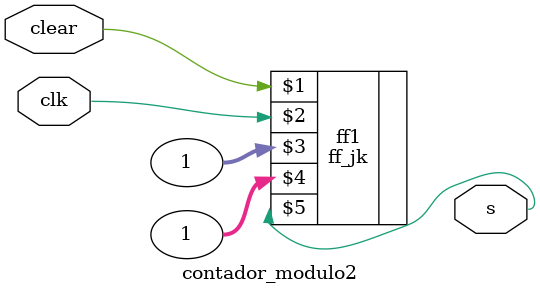
<source format=v>
module contador_modulo2(clk, clear, s);

	input clk, clear;
	output s;
	
	ff_jk ff1(clear, clk, 1, 1, s);
	
endmodule 
// sistema de segurança residencial
// alysson machado e matheus victor
</source>
